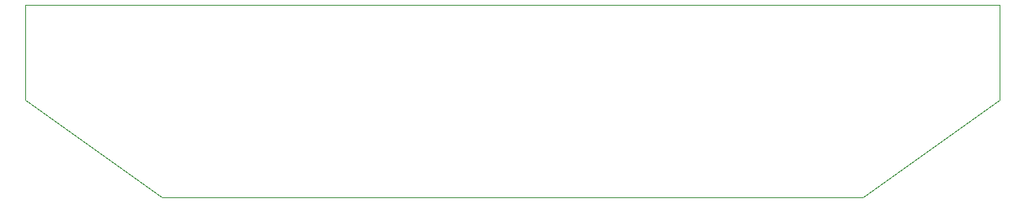
<source format=gm1>
G04 #@! TF.GenerationSoftware,KiCad,Pcbnew,8.0.3*
G04 #@! TF.CreationDate,2024-06-22T11:38:29+02:00*
G04 #@! TF.ProjectId,z502rc2014,7a353032-7263-4323-9031-342e6b696361,rev?*
G04 #@! TF.SameCoordinates,Original*
G04 #@! TF.FileFunction,Profile,NP*
%FSLAX46Y46*%
G04 Gerber Fmt 4.6, Leading zero omitted, Abs format (unit mm)*
G04 Created by KiCad (PCBNEW 8.0.3) date 2024-06-22 11:38:29*
%MOMM*%
%LPD*%
G01*
G04 APERTURE LIST*
G04 #@! TA.AperFunction,Profile*
%ADD10C,0.100000*%
G04 #@! TD*
G04 APERTURE END LIST*
D10*
X258826000Y-93980000D02*
X258826000Y-103886000D01*
X157480000Y-103886000D02*
X171704000Y-114046000D01*
X244602000Y-114046000D02*
X171704000Y-114046000D01*
X258826000Y-103886000D02*
X244602000Y-114046000D01*
X157480000Y-103886000D02*
X157480000Y-93980000D01*
X157480000Y-93980000D02*
X258826000Y-93980000D01*
M02*

</source>
